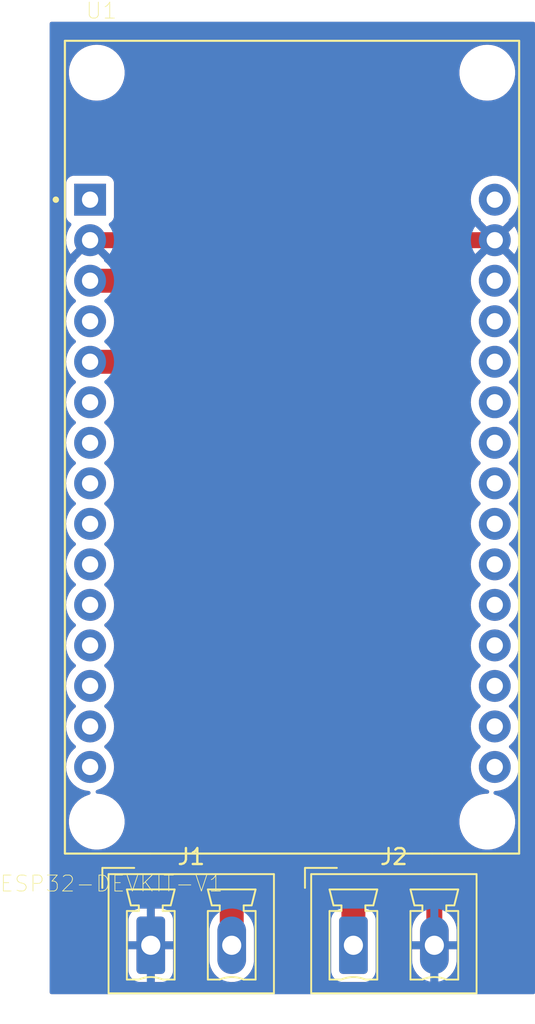
<source format=kicad_pcb>
(kicad_pcb (version 20221018) (generator pcbnew)
  (layers (0 "F.Cu" signal) (31 "B.Cu" signal) (34 "B.Paste" user) (35 "F.Paste" user) (36 "B.SilkS" user "B.Silkscreen") (37 "F.SilkS" user "F.Silkscreen") (38 "B.Mask" user) (39 "F.Mask" user) (44 "Edge.Cuts" user))
  (net 0 "")
  (net 1 "GND")
  (net 2 "VCC")
  (net 28 "Net-(J1-Pin_2)")
  (net 29 "Net-(J2-Pin_1)")
  (footprint "ESP32-DEVKIT-V1:MODULE_ESP32_DEVKIT_V1" (layer "F.Cu") (at 97.155 73.935)
    (fp_text reference "U1" (at -11.99 -27.36) (layer "F.SilkS") (effects (font (thickness 0.05))))
    (fp_text value "ESP32-DEVKIT-V1" (at -11.355 27.36) (layer "F.SilkS") (effects (font (thickness 0.05))))
    (fp_line (start -14.28 -25.475) (end -3.211 -25.475) (stroke (width 0.127)) (layer "F.SilkS"))
    (fp_line (start -14.28 -25.475) (end 14.23 -25.475) (stroke (width 0.127)) (layer "F.SilkS"))
    (fp_line (start -14.28 25.475) (end -14.28 -25.475) (stroke (width 0.127)) (layer "F.SilkS"))
    (fp_line (start -14.28 25.475) (end -14.28 -25.475) (stroke (width 0.127)) (layer "F.SilkS"))
    (fp_line (start -14.28 25.475) (end -8.91 25.475) (stroke (width 0.127)) (layer "F.SilkS"))
    (fp_line (start -8.91 25.475) (end 8.78 25.475) (stroke (width 0.127)) (layer "F.SilkS"))
    (fp_line (start -3.211 -25.475) (end 3.5 -25.475) (stroke (width 0.127)) (layer "F.SilkS"))
    (fp_line (start 3.5 -25.475) (end 14.23 -25.475) (stroke (width 0.127)) (layer "F.SilkS"))
    (fp_line (start 8.78 25.475) (end 14.23 25.475) (stroke (width 0.127)) (layer "F.SilkS"))
    (fp_line (start 14.23 -25.475) (end 14.23 25.475) (stroke (width 0.127)) (layer "F.SilkS"))
    (fp_line (start 14.23 -25.475) (end 14.23 25.475) (stroke (width 0.127)) (layer "F.SilkS"))
    (fp_line (start 14.23 25.475) (end -14.28 25.475) (stroke (width 0.127)) (layer "F.SilkS"))
    (fp_circle (center -14.85 -15.515) (end -14.75 -15.515) (stroke (width 0.2)) (fill none) (layer "F.SilkS"))
    (pad "" np_thru_hole circle (at -12.28 -23.475) (size 3 3) (drill 3) (layers "*.Cu" "*.Mask"))
    (pad "" np_thru_hole circle (at -12.28 23.475) (size 3 3) (drill 3) (layers "*.Cu" "*.Mask"))
    (pad "" np_thru_hole circle (at 12.23 -23.475) (size 3 3) (drill 3) (layers "*.Cu" "*.Mask"))
    (pad "" np_thru_hole circle (at 12.23 23.475) (size 3 3) (drill 3) (layers "*.Cu" "*.Mask"))
    (pad "1" thru_hole rect (at -12.7 -15.515) (size 2 2) (drill 1.02) (layers "*.Cu" "*.Mask"))
    (pad "2" thru_hole circle (at -12.7 -12.975) (size 2 2) (drill 1.02) (layers "*.Cu" "*.Mask") (net 1 "GND"))
    (pad "3" thru_hole circle (at -12.7 -10.435) (size 2 2) (drill 1.02) (layers "*.Cu" "*.Mask") (net 29 "Net-(J2-Pin_1)"))
    (pad "4" thru_hole circle (at -12.7 -7.895) (size 2 2) (drill 1.02) (layers "*.Cu" "*.Mask"))
    (pad "5" thru_hole circle (at -12.7 -5.355) (size 2 2) (drill 1.02) (layers "*.Cu" "*.Mask") (net 28 "Net-(J1-Pin_2)"))
    (pad "6" thru_hole circle (at -12.7 -2.815) (size 2 2) (drill 1.02) (layers "*.Cu" "*.Mask"))
    (pad "7" thru_hole circle (at -12.7 -0.275) (size 2 2) (drill 1.02) (layers "*.Cu" "*.Mask"))
    (pad "8" thru_hole circle (at -12.7 2.265) (size 2 2) (drill 1.02) (layers "*.Cu" "*.Mask"))
    (pad "9" thru_hole circle (at -12.7 4.805) (size 2 2) (drill 1.02) (layers "*.Cu" "*.Mask"))
    (pad "10" thru_hole circle (at -12.7 7.345) (size 2 2) (drill 1.02) (layers "*.Cu" "*.Mask"))
    (pad "11" thru_hole circle (at -12.7 9.885) (size 2 2) (drill 1.02) (layers "*.Cu" "*.Mask"))
    (pad "12" thru_hole circle (at -12.7 12.425) (size 2 2) (drill 1.02) (layers "*.Cu" "*.Mask"))
    (pad "13" thru_hole circle (at -12.7 14.965) (size 2 2) (drill 1.02) (layers "*.Cu" "*.Mask"))
    (pad "14" thru_hole circle (at -12.7 17.505) (size 2 2) (drill 1.02) (layers "*.Cu" "*.Mask"))
    (pad "15" thru_hole circle (at -12.7 20.045) (size 2 2) (drill 1.02) (layers "*.Cu" "*.Mask"))
    (pad "16" thru_hole circle (at 12.7 20.045) (size 2 2) (drill 1.02) (layers "*.Cu" "*.Mask"))
    (pad "17" thru_hole circle (at 12.7 17.505) (size 2 2) (drill 1.02) (layers "*.Cu" "*.Mask"))
    (pad "18" thru_hole circle (at 12.7 14.965) (size 2 2) (drill 1.02) (layers "*.Cu" "*.Mask"))
    (pad "19" thru_hole circle (at 12.7 12.425) (size 2 2) (drill 1.02) (layers "*.Cu" "*.Mask"))
    (pad "20" thru_hole circle (at 12.7 9.885) (size 2 2) (drill 1.02) (layers "*.Cu" "*.Mask"))
    (pad "21" thru_hole circle (at 12.7 7.345) (size 2 2) (drill 1.02) (layers "*.Cu" "*.Mask"))
    (pad "22" thru_hole circle (at 12.7 4.805) (size 2 2) (drill 1.02) (layers "*.Cu" "*.Mask"))
    (pad "23" thru_hole circle (at 12.7 2.265) (size 2 2) (drill 1.02) (layers "*.Cu" "*.Mask"))
    (pad "24" thru_hole circle (at 12.7 -0.275) (size 2 2) (drill 1.02) (layers "*.Cu" "*.Mask"))
    (pad "25" thru_hole circle (at 12.7 -2.815) (size 2 2) (drill 1.02) (layers "*.Cu" "*.Mask"))
    (pad "26" thru_hole circle (at 12.7 -5.355) (size 2 2) (drill 1.02) (layers "*.Cu" "*.Mask"))
    (pad "27" thru_hole circle (at 12.7 -7.895) (size 2 2) (drill 1.02) (layers "*.Cu" "*.Mask"))
    (pad "28" thru_hole circle (at 12.7 -10.435) (size 2 2) (drill 1.02) (layers "*.Cu" "*.Mask"))
    (pad "29" thru_hole circle (at 12.7 -12.975) (size 2 2) (drill 1.02) (layers "*.Cu" "*.Mask") (net 1 "GND"))
    (pad "30" thru_hole circle (at 12.7 -15.515) (size 2 2) (drill 1.02) (layers "*.Cu" "*.Mask") (net 2 "VCC"))
  )
  (footprint "Connector_Phoenix_MC_HighVoltage:PhoenixContact_MCV_1,5_2-G-5.08_1x02_P5.08mm_Vertical" (layer "F.Cu") (at 100.9825 105.1575)
    (fp_text reference "J2" (at 2.54 -5.55) (layer "F.SilkS"))
    (fp_text value "Screw_Terminal_01x02")
    (fp_line (start -3.04 -4.85) (end -1.04 -4.85) (stroke (width 0.12)) (layer "F.SilkS"))
    (fp_line (start -3.04 -3.6) (end -3.04 -4.85) (stroke (width 0.12)) (layer "F.SilkS"))
    (fp_line (start -2.65 -4.46) (end -2.65 3.01) (stroke (width 0.12)) (layer "F.SilkS"))
    (fp_line (start -2.65 3.01) (end 7.73 3.01) (stroke (width 0.12)) (layer "F.SilkS"))
    (fp_line (start -1.5 -3.5) (end 1.5 -3.5) (stroke (width 0.12)) (layer "F.SilkS"))
    (fp_line (start -1.5 -2.15) (end -0.75 -2.15) (stroke (width 0.12)) (layer "F.SilkS"))
    (fp_line (start -1.5 2.15) (end -1.5 -2.15) (stroke (width 0.12)) (layer "F.SilkS"))
    (fp_line (start -1.25 -2.5) (end -1.5 -3.5) (stroke (width 0.12)) (layer "F.SilkS"))
    (fp_line (start -0.75 -2.5) (end -1.25 -2.5) (stroke (width 0.12)) (layer "F.SilkS"))
    (fp_line (start -0.75 -2.15) (end -0.75 -2.5) (stroke (width 0.12)) (layer "F.SilkS"))
    (fp_line (start -0.75 2.15) (end -1.5 2.15) (stroke (width 0.12)) (layer "F.SilkS"))
    (fp_line (start 0.75 -2.5) (end 0.75 -2.15) (stroke (width 0.12)) (layer "F.SilkS"))
    (fp_line (start 0.75 -2.15) (end 1.5 -2.15) (stroke (width 0.12)) (layer "F.SilkS"))
    (fp_line (start 1.25 -2.5) (end 0.75 -2.5) (stroke (width 0.12)) (layer "F.SilkS"))
    (fp_line (start 1.5 -3.5) (end 1.25 -2.5) (stroke (width 0.12)) (layer "F.SilkS"))
    (fp_line (start 1.5 -2.15) (end 1.5 2.15) (stroke (width 0.12)) (layer "F.SilkS"))
    (fp_line (start 1.5 2.15) (end 0.75 2.15) (stroke (width 0.12)) (layer "F.SilkS"))
    (fp_line (start 3.58 -3.5) (end 6.58 -3.5) (stroke (width 0.12)) (layer "F.SilkS"))
    (fp_line (start 3.58 -2.15) (end 4.33 -2.15) (stroke (width 0.12)) (layer "F.SilkS"))
    (fp_line (start 3.58 2.15) (end 3.58 -2.15) (stroke (width 0.12)) (layer "F.SilkS"))
    (fp_line (start 3.83 -2.5) (end 3.58 -3.5) (stroke (width 0.12)) (layer "F.SilkS"))
    (fp_line (start 4.33 -2.5) (end 3.83 -2.5) (stroke (width 0.12)) (layer "F.SilkS"))
    (fp_line (start 4.33 -2.15) (end 4.33 -2.5) (stroke (width 0.12)) (layer "F.SilkS"))
    (fp_line (start 4.33 2.15) (end 3.58 2.15) (stroke (width 0.12)) (layer "F.SilkS"))
    (fp_line (start 5.83 -2.5) (end 5.83 -2.15) (stroke (width 0.12)) (layer "F.SilkS"))
    (fp_line (start 5.83 -2.15) (end 6.58 -2.15) (stroke (width 0.12)) (layer "F.SilkS"))
    (fp_line (start 6.33 -2.5) (end 5.83 -2.5) (stroke (width 0.12)) (layer "F.SilkS"))
    (fp_line (start 6.58 -3.5) (end 6.33 -2.5) (stroke (width 0.12)) (layer "F.SilkS"))
    (fp_line (start 6.58 -2.15) (end 6.58 2.15) (stroke (width 0.12)) (layer "F.SilkS"))
    (fp_line (start 6.58 2.15) (end 5.83 2.15) (stroke (width 0.12)) (layer "F.SilkS"))
    (fp_line (start 7.73 -4.46) (end -2.65 -4.46) (stroke (width 0.12)) (layer "F.SilkS"))
    (fp_line (start 7.73 3.01) (end 7.73 -4.46) (stroke (width 0.12)) (layer "F.SilkS"))
    (fp_arc (start -0.75 2.15) (mid -0.000193 1.99191) (end 0.749647 2.149844) (stroke (width 0.12)) (layer "F.SilkS"))
    (fp_arc (start 4.33 2.15) (mid 5.079807 1.99191) (end 5.829647 2.149844) (stroke (width 0.12)) (layer "F.SilkS"))
    (pad "1" thru_hole roundrect (at 0 0) (size 1.8 3.6) (drill 1.2) (layers "*.Cu" "*.Mask") (roundrect_rratio 0.138889) (net 29 "Net-(J2-Pin_1)"))
    (pad "2" thru_hole oval (at 5.08 0) (size 1.8 3.6) (drill 1.2) (layers "*.Cu" "*.Mask") (net 1 "GND"))
  )
  (footprint "Connector_Phoenix_MC_HighVoltage:PhoenixContact_MCV_1,5_2-G-5.08_1x02_P5.08mm_Vertical" (layer "F.Cu") (at 88.265 105.1575)
    (fp_text reference "J1" (at 2.54 -5.55) (layer "F.SilkS"))
    (fp_text value "Screw_Terminal_01x02")
    (fp_line (start -3.04 -4.85) (end -1.04 -4.85) (stroke (width 0.12)) (layer "F.SilkS"))
    (fp_line (start -3.04 -3.6) (end -3.04 -4.85) (stroke (width 0.12)) (layer "F.SilkS"))
    (fp_line (start -2.65 -4.46) (end -2.65 3.01) (stroke (width 0.12)) (layer "F.SilkS"))
    (fp_line (start -2.65 3.01) (end 7.73 3.01) (stroke (width 0.12)) (layer "F.SilkS"))
    (fp_line (start -1.5 -3.5) (end 1.5 -3.5) (stroke (width 0.12)) (layer "F.SilkS"))
    (fp_line (start -1.5 -2.15) (end -0.75 -2.15) (stroke (width 0.12)) (layer "F.SilkS"))
    (fp_line (start -1.5 2.15) (end -1.5 -2.15) (stroke (width 0.12)) (layer "F.SilkS"))
    (fp_line (start -1.25 -2.5) (end -1.5 -3.5) (stroke (width 0.12)) (layer "F.SilkS"))
    (fp_line (start -0.75 -2.5) (end -1.25 -2.5) (stroke (width 0.12)) (layer "F.SilkS"))
    (fp_line (start -0.75 -2.15) (end -0.75 -2.5) (stroke (width 0.12)) (layer "F.SilkS"))
    (fp_line (start -0.75 2.15) (end -1.5 2.15) (stroke (width 0.12)) (layer "F.SilkS"))
    (fp_line (start 0.75 -2.5) (end 0.75 -2.15) (stroke (width 0.12)) (layer "F.SilkS"))
    (fp_line (start 0.75 -2.15) (end 1.5 -2.15) (stroke (width 0.12)) (layer "F.SilkS"))
    (fp_line (start 1.25 -2.5) (end 0.75 -2.5) (stroke (width 0.12)) (layer "F.SilkS"))
    (fp_line (start 1.5 -3.5) (end 1.25 -2.5) (stroke (width 0.12)) (layer "F.SilkS"))
    (fp_line (start 1.5 -2.15) (end 1.5 2.15) (stroke (width 0.12)) (layer "F.SilkS"))
    (fp_line (start 1.5 2.15) (end 0.75 2.15) (stroke (width 0.12)) (layer "F.SilkS"))
    (fp_line (start 3.58 -3.5) (end 6.58 -3.5) (stroke (width 0.12)) (layer "F.SilkS"))
    (fp_line (start 3.58 -2.15) (end 4.33 -2.15) (stroke (width 0.12)) (layer "F.SilkS"))
    (fp_line (start 3.58 2.15) (end 3.58 -2.15) (stroke (width 0.12)) (layer "F.SilkS"))
    (fp_line (start 3.83 -2.5) (end 3.58 -3.5) (stroke (width 0.12)) (layer "F.SilkS"))
    (fp_line (start 4.33 -2.5) (end 3.83 -2.5) (stroke (width 0.12)) (layer "F.SilkS"))
    (fp_line (start 4.33 -2.15) (end 4.33 -2.5) (stroke (width 0.12)) (layer "F.SilkS"))
    (fp_line (start 4.33 2.15) (end 3.58 2.15) (stroke (width 0.12)) (layer "F.SilkS"))
    (fp_line (start 5.83 -2.5) (end 5.83 -2.15) (stroke (width 0.12)) (layer "F.SilkS"))
    (fp_line (start 5.83 -2.15) (end 6.58 -2.15) (stroke (width 0.12)) (layer "F.SilkS"))
    (fp_line (start 6.33 -2.5) (end 5.83 -2.5) (stroke (width 0.12)) (layer "F.SilkS"))
    (fp_line (start 6.58 -3.5) (end 6.33 -2.5) (stroke (width 0.12)) (layer "F.SilkS"))
    (fp_line (start 6.58 -2.15) (end 6.58 2.15) (stroke (width 0.12)) (layer "F.SilkS"))
    (fp_line (start 6.58 2.15) (end 5.83 2.15) (stroke (width 0.12)) (layer "F.SilkS"))
    (fp_line (start 7.73 -4.46) (end -2.65 -4.46) (stroke (width 0.12)) (layer "F.SilkS"))
    (fp_line (start 7.73 3.01) (end 7.73 -4.46) (stroke (width 0.12)) (layer "F.SilkS"))
    (fp_arc (start -0.75 2.15) (mid -0.000193 1.99191) (end 0.749647 2.149844) (stroke (width 0.12)) (layer "F.SilkS"))
    (fp_arc (start 4.33 2.15) (mid 5.079807 1.99191) (end 5.829647 2.149844) (stroke (width 0.12)) (layer "F.SilkS"))
    (pad "1" thru_hole roundrect (at 0 0) (size 1.8 3.6) (drill 1.2) (layers "*.Cu" "*.Mask") (roundrect_rratio 0.138889) (net 1 "GND"))
    (pad "2" thru_hole oval (at 5.08 0) (size 1.8 3.6) (drill 1.2) (layers "*.Cu" "*.Mask") (net 28 "Net-(J1-Pin_2)"))
  )
  (segment (start 106.0625 104.415) (end 106.0625 60.9775) (width 1) (layer "F.Cu") (net 1))
  (segment (start 106.045 60.96) (end 109.855 60.96) (width 1) (layer "F.Cu") (net 1))
  (segment (start 84.455 60.96) (end 106.045 60.96) (width 1) (layer "F.Cu") (net 1))
  (segment (start 106.0625 60.9775) (end 106.045 60.96) (width 1) (layer "F.Cu") (net 1))
  (segment (start 93.345 72.665) (end 93.345 104.415) (width 1.5) (layer "F.Cu") (net 28))
  (segment (start 84.455 68.58) (end 89.26 68.58) (width 1.5) (layer "F.Cu") (net 28))
  (segment (start 89.26 68.58) (end 93.345 72.665) (width 1.5) (layer "F.Cu") (net 28))
  (segment (start 100.9825 67.6025) (end 100.9825 104.415) (width 1.5) (layer "F.Cu") (net 29))
  (segment (start 100.965 104.3975) (end 100.9825 104.415) (width 1) (layer "F.Cu") (net 29))
  (segment (start 84.455 63.5) (end 96.88 63.5) (width 1.5) (layer "F.Cu") (net 29))
  (segment (start 96.88 63.5) (end 100.9825 67.6025) (width 1.5) (layer "F.Cu") (net 29))
  (zone (net 1) (net_name "GND") (layers "F&B.Cu") (connect_pads (clearance 0.5)) (min_thickness 0.25) (fill yes (thermal_gap 0.5) (thermal_bridge_width 0.5))
    (polygon (pts (xy 81.915 47.265) (xy 112.395 47.265) (xy 112.395 108.225) (xy 81.915 108.225)))
  )
)
</source>
